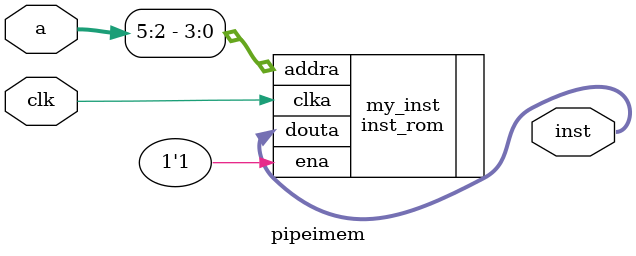
<source format=v>
`timescale 1ns / 1ps


module pipeimem (clk, a, inst);
	input clk;
	input [31:0] a;
	output [31:0] inst;
			
	inst_rom my_inst (
      .clka(clk),    // input wire clka
      .ena(1'b1),      // input wire ena
      .addra(a[5:2]),  // input wire [3 : 0] addra
      .douta(inst)  // output wire [31 : 0] douta
    );
	
endmodule




</source>
